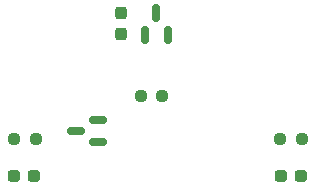
<source format=gbr>
%TF.GenerationSoftware,KiCad,Pcbnew,(7.0.0)*%
%TF.CreationDate,2023-11-20T19:32:08-05:00*%
%TF.ProjectId,4272MAVproxS_R1,34323732-4d41-4567-9072-6f78535f5231,rev?*%
%TF.SameCoordinates,Original*%
%TF.FileFunction,Paste,Top*%
%TF.FilePolarity,Positive*%
%FSLAX46Y46*%
G04 Gerber Fmt 4.6, Leading zero omitted, Abs format (unit mm)*
G04 Created by KiCad (PCBNEW (7.0.0)) date 2023-11-20 19:32:08*
%MOMM*%
%LPD*%
G01*
G04 APERTURE LIST*
G04 Aperture macros list*
%AMRoundRect*
0 Rectangle with rounded corners*
0 $1 Rounding radius*
0 $2 $3 $4 $5 $6 $7 $8 $9 X,Y pos of 4 corners*
0 Add a 4 corners polygon primitive as box body*
4,1,4,$2,$3,$4,$5,$6,$7,$8,$9,$2,$3,0*
0 Add four circle primitives for the rounded corners*
1,1,$1+$1,$2,$3*
1,1,$1+$1,$4,$5*
1,1,$1+$1,$6,$7*
1,1,$1+$1,$8,$9*
0 Add four rect primitives between the rounded corners*
20,1,$1+$1,$2,$3,$4,$5,0*
20,1,$1+$1,$4,$5,$6,$7,0*
20,1,$1+$1,$6,$7,$8,$9,0*
20,1,$1+$1,$8,$9,$2,$3,0*%
G04 Aperture macros list end*
%ADD10RoundRect,0.237500X-0.287500X-0.237500X0.287500X-0.237500X0.287500X0.237500X-0.287500X0.237500X0*%
%ADD11RoundRect,0.150000X0.150000X-0.587500X0.150000X0.587500X-0.150000X0.587500X-0.150000X-0.587500X0*%
%ADD12RoundRect,0.150000X0.587500X0.150000X-0.587500X0.150000X-0.587500X-0.150000X0.587500X-0.150000X0*%
%ADD13RoundRect,0.237500X-0.250000X-0.237500X0.250000X-0.237500X0.250000X0.237500X-0.250000X0.237500X0*%
%ADD14RoundRect,0.237500X0.237500X-0.300000X0.237500X0.300000X-0.237500X0.300000X-0.237500X-0.300000X0*%
G04 APERTURE END LIST*
D10*
%TO.C,D2*%
X140290000Y-63675000D03*
X142040000Y-63675000D03*
%TD*%
%TO.C,D1*%
X162890000Y-63675000D03*
X164640000Y-63675000D03*
%TD*%
D11*
%TO.C,U1*%
X151415000Y-51712500D03*
X153315000Y-51712500D03*
X152365000Y-49837500D03*
%TD*%
D12*
%TO.C,Q1*%
X147402500Y-60825000D03*
X147402500Y-58925000D03*
X145527500Y-59875000D03*
%TD*%
D13*
%TO.C,R2*%
X140352500Y-60575000D03*
X142177500Y-60575000D03*
%TD*%
%TO.C,R3*%
X151052500Y-56875000D03*
X152877500Y-56875000D03*
%TD*%
%TO.C,R1*%
X162852500Y-60575000D03*
X164677500Y-60575000D03*
%TD*%
D14*
%TO.C,C1*%
X149365000Y-51637500D03*
X149365000Y-49912500D03*
%TD*%
M02*

</source>
